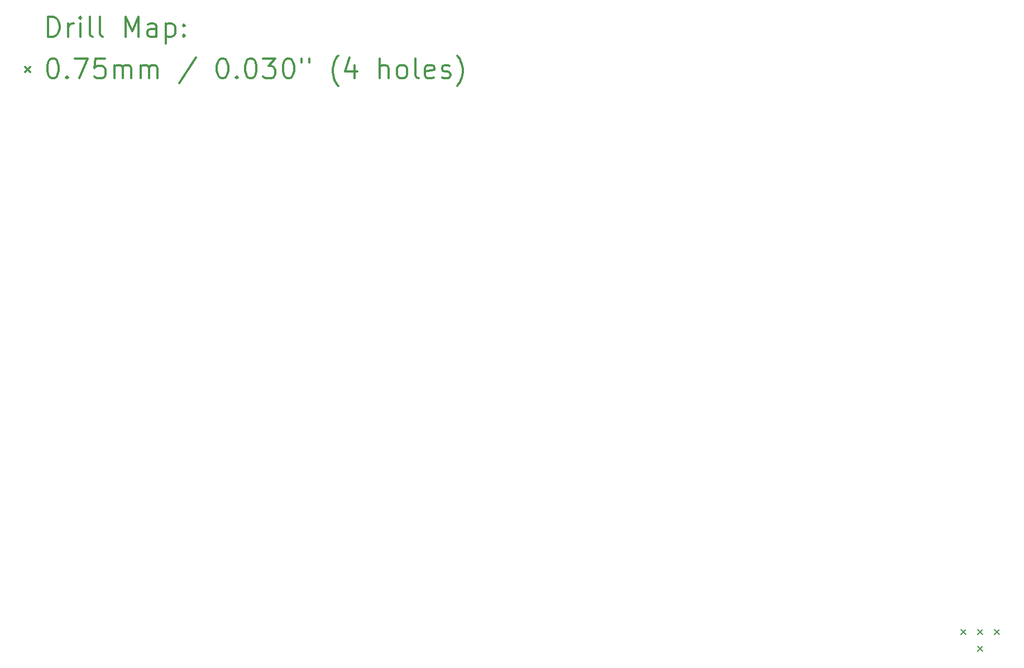
<source format=gbr>
%FSLAX45Y45*%
G04 Gerber Fmt 4.5, Leading zero omitted, Abs format (unit mm)*
G04 Created by KiCad (PCBNEW 4.0.5) date 04/05/17 14:39:04*
%MOMM*%
%LPD*%
G01*
G04 APERTURE LIST*
%ADD10C,0.127000*%
%ADD11C,0.200000*%
%ADD12C,0.300000*%
G04 APERTURE END LIST*
D10*
D11*
X14108300Y-9462300D02*
X14183700Y-9537700D01*
X14183700Y-9462300D02*
X14108300Y-9537700D01*
X14362300Y-9462300D02*
X14437700Y-9537700D01*
X14437700Y-9462300D02*
X14362300Y-9537700D01*
X14362300Y-9716300D02*
X14437700Y-9791700D01*
X14437700Y-9716300D02*
X14362300Y-9791700D01*
X14616300Y-9462300D02*
X14691700Y-9537700D01*
X14691700Y-9462300D02*
X14616300Y-9537700D01*
D12*
X271429Y-465714D02*
X271429Y-165714D01*
X342857Y-165714D01*
X385714Y-180000D01*
X414286Y-208571D01*
X428571Y-237143D01*
X442857Y-294286D01*
X442857Y-337143D01*
X428571Y-394286D01*
X414286Y-422857D01*
X385714Y-451429D01*
X342857Y-465714D01*
X271429Y-465714D01*
X571429Y-465714D02*
X571429Y-265714D01*
X571429Y-322857D02*
X585714Y-294286D01*
X600000Y-280000D01*
X628571Y-265714D01*
X657143Y-265714D01*
X757143Y-465714D02*
X757143Y-265714D01*
X757143Y-165714D02*
X742857Y-180000D01*
X757143Y-194286D01*
X771429Y-180000D01*
X757143Y-165714D01*
X757143Y-194286D01*
X942857Y-465714D02*
X914286Y-451429D01*
X900000Y-422857D01*
X900000Y-165714D01*
X1100000Y-465714D02*
X1071429Y-451429D01*
X1057143Y-422857D01*
X1057143Y-165714D01*
X1442857Y-465714D02*
X1442857Y-165714D01*
X1542857Y-380000D01*
X1642857Y-165714D01*
X1642857Y-465714D01*
X1914286Y-465714D02*
X1914286Y-308571D01*
X1900000Y-280000D01*
X1871429Y-265714D01*
X1814286Y-265714D01*
X1785714Y-280000D01*
X1914286Y-451429D02*
X1885714Y-465714D01*
X1814286Y-465714D01*
X1785714Y-451429D01*
X1771429Y-422857D01*
X1771429Y-394286D01*
X1785714Y-365714D01*
X1814286Y-351429D01*
X1885714Y-351429D01*
X1914286Y-337143D01*
X2057143Y-265714D02*
X2057143Y-565714D01*
X2057143Y-280000D02*
X2085714Y-265714D01*
X2142857Y-265714D01*
X2171429Y-280000D01*
X2185714Y-294286D01*
X2200000Y-322857D01*
X2200000Y-408571D01*
X2185714Y-437143D01*
X2171429Y-451429D01*
X2142857Y-465714D01*
X2085714Y-465714D01*
X2057143Y-451429D01*
X2328572Y-437143D02*
X2342857Y-451429D01*
X2328572Y-465714D01*
X2314286Y-451429D01*
X2328572Y-437143D01*
X2328572Y-465714D01*
X2328572Y-280000D02*
X2342857Y-294286D01*
X2328572Y-308571D01*
X2314286Y-294286D01*
X2328572Y-280000D01*
X2328572Y-308571D01*
X-75400Y-922300D02*
X0Y-997700D01*
X0Y-922300D02*
X-75400Y-997700D01*
X328571Y-795714D02*
X357143Y-795714D01*
X385714Y-810000D01*
X400000Y-824286D01*
X414286Y-852857D01*
X428571Y-910000D01*
X428571Y-981429D01*
X414286Y-1038571D01*
X400000Y-1067143D01*
X385714Y-1081429D01*
X357143Y-1095714D01*
X328571Y-1095714D01*
X300000Y-1081429D01*
X285714Y-1067143D01*
X271429Y-1038571D01*
X257143Y-981429D01*
X257143Y-910000D01*
X271429Y-852857D01*
X285714Y-824286D01*
X300000Y-810000D01*
X328571Y-795714D01*
X557143Y-1067143D02*
X571429Y-1081429D01*
X557143Y-1095714D01*
X542857Y-1081429D01*
X557143Y-1067143D01*
X557143Y-1095714D01*
X671429Y-795714D02*
X871428Y-795714D01*
X742857Y-1095714D01*
X1128571Y-795714D02*
X985714Y-795714D01*
X971429Y-938571D01*
X985714Y-924286D01*
X1014286Y-910000D01*
X1085714Y-910000D01*
X1114286Y-924286D01*
X1128571Y-938571D01*
X1142857Y-967143D01*
X1142857Y-1038571D01*
X1128571Y-1067143D01*
X1114286Y-1081429D01*
X1085714Y-1095714D01*
X1014286Y-1095714D01*
X985714Y-1081429D01*
X971429Y-1067143D01*
X1271429Y-1095714D02*
X1271429Y-895714D01*
X1271429Y-924286D02*
X1285714Y-910000D01*
X1314286Y-895714D01*
X1357143Y-895714D01*
X1385714Y-910000D01*
X1400000Y-938571D01*
X1400000Y-1095714D01*
X1400000Y-938571D02*
X1414286Y-910000D01*
X1442857Y-895714D01*
X1485714Y-895714D01*
X1514286Y-910000D01*
X1528571Y-938571D01*
X1528571Y-1095714D01*
X1671429Y-1095714D02*
X1671429Y-895714D01*
X1671429Y-924286D02*
X1685714Y-910000D01*
X1714286Y-895714D01*
X1757143Y-895714D01*
X1785714Y-910000D01*
X1800000Y-938571D01*
X1800000Y-1095714D01*
X1800000Y-938571D02*
X1814286Y-910000D01*
X1842857Y-895714D01*
X1885714Y-895714D01*
X1914286Y-910000D01*
X1928571Y-938571D01*
X1928571Y-1095714D01*
X2514286Y-781429D02*
X2257143Y-1167143D01*
X2900000Y-795714D02*
X2928571Y-795714D01*
X2957143Y-810000D01*
X2971428Y-824286D01*
X2985714Y-852857D01*
X3000000Y-910000D01*
X3000000Y-981429D01*
X2985714Y-1038571D01*
X2971428Y-1067143D01*
X2957143Y-1081429D01*
X2928571Y-1095714D01*
X2900000Y-1095714D01*
X2871428Y-1081429D01*
X2857143Y-1067143D01*
X2842857Y-1038571D01*
X2828571Y-981429D01*
X2828571Y-910000D01*
X2842857Y-852857D01*
X2857143Y-824286D01*
X2871428Y-810000D01*
X2900000Y-795714D01*
X3128571Y-1067143D02*
X3142857Y-1081429D01*
X3128571Y-1095714D01*
X3114286Y-1081429D01*
X3128571Y-1067143D01*
X3128571Y-1095714D01*
X3328571Y-795714D02*
X3357143Y-795714D01*
X3385714Y-810000D01*
X3400000Y-824286D01*
X3414286Y-852857D01*
X3428571Y-910000D01*
X3428571Y-981429D01*
X3414286Y-1038571D01*
X3400000Y-1067143D01*
X3385714Y-1081429D01*
X3357143Y-1095714D01*
X3328571Y-1095714D01*
X3300000Y-1081429D01*
X3285714Y-1067143D01*
X3271428Y-1038571D01*
X3257143Y-981429D01*
X3257143Y-910000D01*
X3271428Y-852857D01*
X3285714Y-824286D01*
X3300000Y-810000D01*
X3328571Y-795714D01*
X3528571Y-795714D02*
X3714286Y-795714D01*
X3614286Y-910000D01*
X3657143Y-910000D01*
X3685714Y-924286D01*
X3700000Y-938571D01*
X3714286Y-967143D01*
X3714286Y-1038571D01*
X3700000Y-1067143D01*
X3685714Y-1081429D01*
X3657143Y-1095714D01*
X3571428Y-1095714D01*
X3542857Y-1081429D01*
X3528571Y-1067143D01*
X3900000Y-795714D02*
X3928571Y-795714D01*
X3957143Y-810000D01*
X3971428Y-824286D01*
X3985714Y-852857D01*
X4000000Y-910000D01*
X4000000Y-981429D01*
X3985714Y-1038571D01*
X3971428Y-1067143D01*
X3957143Y-1081429D01*
X3928571Y-1095714D01*
X3900000Y-1095714D01*
X3871428Y-1081429D01*
X3857143Y-1067143D01*
X3842857Y-1038571D01*
X3828571Y-981429D01*
X3828571Y-910000D01*
X3842857Y-852857D01*
X3857143Y-824286D01*
X3871428Y-810000D01*
X3900000Y-795714D01*
X4114286Y-795714D02*
X4114286Y-852857D01*
X4228571Y-795714D02*
X4228571Y-852857D01*
X4671429Y-1210000D02*
X4657143Y-1195714D01*
X4628571Y-1152857D01*
X4614286Y-1124286D01*
X4600000Y-1081429D01*
X4585714Y-1010000D01*
X4585714Y-952857D01*
X4600000Y-881429D01*
X4614286Y-838571D01*
X4628571Y-810000D01*
X4657143Y-767143D01*
X4671429Y-752857D01*
X4914286Y-895714D02*
X4914286Y-1095714D01*
X4842857Y-781429D02*
X4771429Y-995714D01*
X4957143Y-995714D01*
X5300000Y-1095714D02*
X5300000Y-795714D01*
X5428571Y-1095714D02*
X5428571Y-938571D01*
X5414286Y-910000D01*
X5385714Y-895714D01*
X5342857Y-895714D01*
X5314286Y-910000D01*
X5300000Y-924286D01*
X5614286Y-1095714D02*
X5585714Y-1081429D01*
X5571429Y-1067143D01*
X5557143Y-1038571D01*
X5557143Y-952857D01*
X5571429Y-924286D01*
X5585714Y-910000D01*
X5614286Y-895714D01*
X5657143Y-895714D01*
X5685714Y-910000D01*
X5700000Y-924286D01*
X5714286Y-952857D01*
X5714286Y-1038571D01*
X5700000Y-1067143D01*
X5685714Y-1081429D01*
X5657143Y-1095714D01*
X5614286Y-1095714D01*
X5885714Y-1095714D02*
X5857143Y-1081429D01*
X5842857Y-1052857D01*
X5842857Y-795714D01*
X6114286Y-1081429D02*
X6085714Y-1095714D01*
X6028571Y-1095714D01*
X6000000Y-1081429D01*
X5985714Y-1052857D01*
X5985714Y-938571D01*
X6000000Y-910000D01*
X6028571Y-895714D01*
X6085714Y-895714D01*
X6114286Y-910000D01*
X6128571Y-938571D01*
X6128571Y-967143D01*
X5985714Y-995714D01*
X6242857Y-1081429D02*
X6271429Y-1095714D01*
X6328571Y-1095714D01*
X6357143Y-1081429D01*
X6371429Y-1052857D01*
X6371429Y-1038571D01*
X6357143Y-1010000D01*
X6328571Y-995714D01*
X6285714Y-995714D01*
X6257143Y-981429D01*
X6242857Y-952857D01*
X6242857Y-938571D01*
X6257143Y-910000D01*
X6285714Y-895714D01*
X6328571Y-895714D01*
X6357143Y-910000D01*
X6471428Y-1210000D02*
X6485714Y-1195714D01*
X6514286Y-1152857D01*
X6528571Y-1124286D01*
X6542857Y-1081429D01*
X6557143Y-1010000D01*
X6557143Y-952857D01*
X6542857Y-881429D01*
X6528571Y-838571D01*
X6514286Y-810000D01*
X6485714Y-767143D01*
X6471428Y-752857D01*
M02*

</source>
